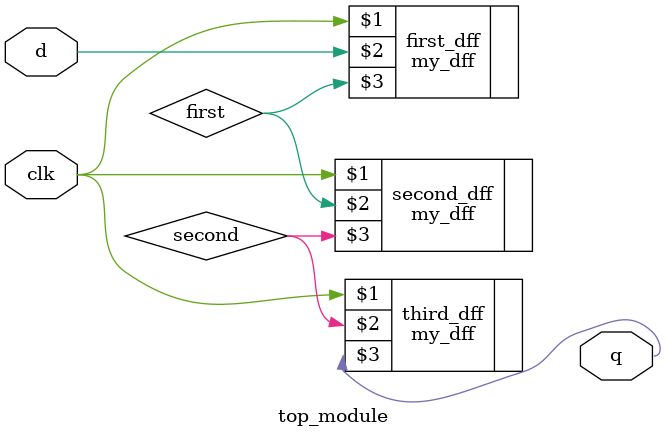
<source format=v>
module top_module ( input clk, input d, output q );
    
    wire first, second;
    
    my_dff first_dff(clk, d, first);
    my_dff second_dff(clk, first, second);
    my_dff third_dff(clk, second, q);

endmodule


</source>
